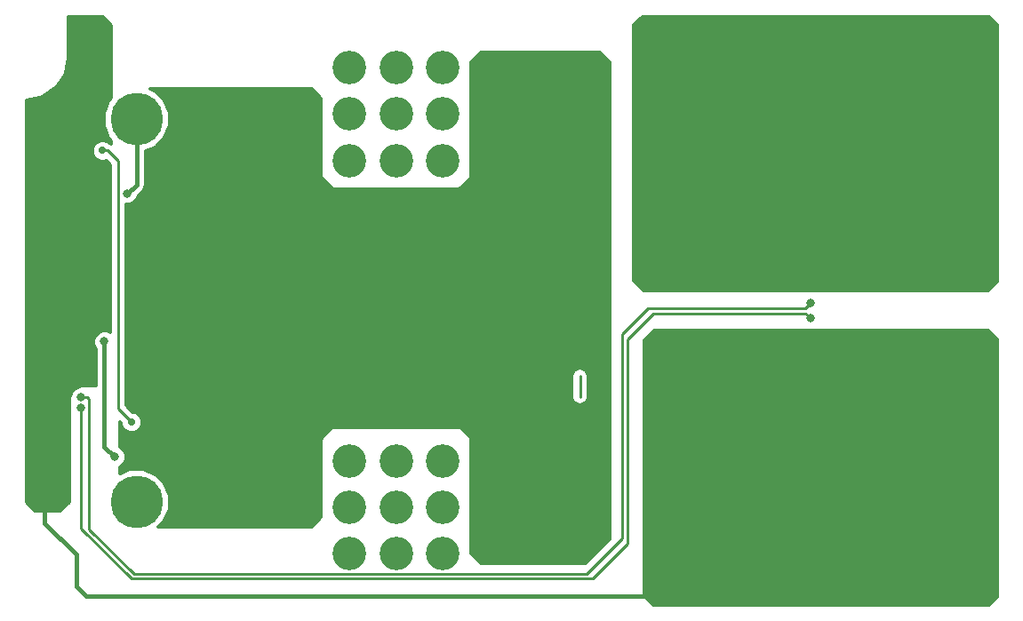
<source format=gbr>
G04 #@! TF.GenerationSoftware,KiCad,Pcbnew,(2017-05-10 revision 747583606)-makepkg*
G04 #@! TF.CreationDate,2017-05-29T23:11:27+02:00*
G04 #@! TF.ProjectId,Switch-N-Sense,5377697463682D4E2D53656E73652E6B,rev?*
G04 #@! TF.FileFunction,Copper,L2,Bot,Signal*
G04 #@! TF.FilePolarity,Positive*
%FSLAX46Y46*%
G04 Gerber Fmt 4.6, Leading zero omitted, Abs format (unit mm)*
G04 Created by KiCad (PCBNEW (2017-05-10 revision 747583606)-makepkg) date 05/29/17 23:11:27*
%MOMM*%
%LPD*%
G01*
G04 APERTURE LIST*
%ADD10C,0.100000*%
%ADD11C,3.200000*%
%ADD12C,5.000000*%
%ADD13C,1.000000*%
%ADD14C,0.800000*%
%ADD15C,0.700000*%
%ADD16C,0.250000*%
%ADD17C,0.400000*%
%ADD18C,0.300000*%
%ADD19C,0.254000*%
G04 APERTURE END LIST*
D10*
D11*
X165565000Y-103565000D03*
X170000000Y-103565000D03*
X174435000Y-103565000D03*
X174435000Y-108000000D03*
X170000000Y-108000000D03*
X165565000Y-108000000D03*
X165565000Y-112435000D03*
X170000000Y-112435000D03*
X174435000Y-112435000D03*
X175435000Y-74435000D03*
X171000000Y-74435000D03*
X166565000Y-74435000D03*
X166565000Y-70000000D03*
X171000000Y-70000000D03*
X175435000Y-70000000D03*
X175435000Y-65565000D03*
X171000000Y-65565000D03*
X166565000Y-65565000D03*
X128065000Y-84315000D03*
X132500000Y-84315000D03*
X136935000Y-84315000D03*
X136935000Y-88750000D03*
X132500000Y-88750000D03*
X128065000Y-88750000D03*
X128065000Y-93185000D03*
X132500000Y-93185000D03*
X136935000Y-93185000D03*
X136935000Y-111935000D03*
X132500000Y-111935000D03*
X128065000Y-111935000D03*
X128065000Y-107500000D03*
X132500000Y-107500000D03*
X136935000Y-107500000D03*
X136935000Y-103065000D03*
X132500000Y-103065000D03*
X128065000Y-103065000D03*
X128065000Y-65565000D03*
X132500000Y-65565000D03*
X136935000Y-65565000D03*
X136935000Y-70000000D03*
X132500000Y-70000000D03*
X128065000Y-70000000D03*
X128065000Y-74435000D03*
X132500000Y-74435000D03*
X136935000Y-74435000D03*
D12*
X185250000Y-70500000D03*
X185250000Y-107000000D03*
X107750000Y-107000000D03*
X107750000Y-70500000D03*
D13*
X186000000Y-94000000D03*
X186000000Y-92000000D03*
X184000000Y-92000000D03*
X184000000Y-94000000D03*
X158000000Y-94000000D03*
X158000000Y-92000000D03*
X160000000Y-92000000D03*
X160000000Y-94000000D03*
X182000000Y-94000000D03*
X180000000Y-94000000D03*
X178000000Y-94000000D03*
X176000000Y-94000000D03*
X174000000Y-94000000D03*
X172000000Y-94000000D03*
X170000000Y-94000000D03*
X168000000Y-94000000D03*
X166000000Y-94000000D03*
X164000000Y-94000000D03*
X162000000Y-94000000D03*
D14*
X102500000Y-98000000D03*
X172000000Y-89500000D03*
X101000000Y-102000000D03*
X102974790Y-74225010D03*
X99100000Y-79000000D03*
X104500000Y-68500000D03*
X105700000Y-102700000D03*
X104700000Y-91700000D03*
X106900000Y-77600000D03*
D13*
X186000000Y-86000000D03*
X184000000Y-86000000D03*
X184000000Y-84000000D03*
X186000000Y-84000000D03*
X186000000Y-82000000D03*
X184000000Y-82000000D03*
X158000000Y-82000000D03*
X158000000Y-84000000D03*
X160000000Y-84000000D03*
X160000000Y-82000000D03*
X182000000Y-82000000D03*
X180000000Y-82000000D03*
X178000000Y-82000000D03*
X176000000Y-82000000D03*
X174000000Y-82000000D03*
X172000000Y-82000000D03*
X170000000Y-82000000D03*
X168000000Y-82000000D03*
X166000000Y-82000000D03*
X164000000Y-82000000D03*
X162000000Y-82000000D03*
D14*
X102500000Y-97000000D03*
X172000000Y-88000000D03*
D13*
X115000000Y-86000000D03*
X117000000Y-86000000D03*
X115000000Y-91000000D03*
X119000000Y-86000000D03*
X121000000Y-86000000D03*
X123000000Y-86000000D03*
X125000000Y-86000000D03*
X147000000Y-91000000D03*
X145000000Y-91000000D03*
X143000000Y-91000000D03*
X141000000Y-91000000D03*
X147000000Y-86000000D03*
X145000000Y-86000000D03*
X143000000Y-86000000D03*
X141000000Y-86000000D03*
X148000000Y-80000000D03*
X148000000Y-82000000D03*
X148000000Y-97000000D03*
X148000000Y-95000000D03*
X147000000Y-93000000D03*
X145000000Y-93000000D03*
X143000000Y-93000000D03*
X141000000Y-93000000D03*
X140000000Y-95000000D03*
X140000000Y-97000000D03*
X138000000Y-97000000D03*
X136000000Y-97000000D03*
X134000000Y-97000000D03*
X132000000Y-97000000D03*
X130000000Y-97000000D03*
X128000000Y-97000000D03*
X126000000Y-97000000D03*
X126000000Y-95000000D03*
X125000000Y-91000000D03*
X123000000Y-91000000D03*
X121000000Y-91000000D03*
X119000000Y-91000000D03*
X117000000Y-91000000D03*
X115000000Y-93000000D03*
X111000000Y-95000000D03*
X111000000Y-97000000D03*
X113000000Y-97000000D03*
X113000000Y-95000000D03*
X115000000Y-95000000D03*
X117000000Y-95000000D03*
X117000000Y-93000000D03*
X119000000Y-93000000D03*
X121000000Y-93000000D03*
X123000000Y-93000000D03*
X125000000Y-93000000D03*
X147000000Y-84000000D03*
X145000000Y-84000000D03*
X143000000Y-84000000D03*
X141000000Y-84000000D03*
X140000000Y-82000000D03*
X140000000Y-80000000D03*
X138000000Y-80000000D03*
X136000000Y-80000000D03*
X134000000Y-80000000D03*
X132000000Y-80000000D03*
X130000000Y-80000000D03*
X128000000Y-80000000D03*
X126000000Y-80000000D03*
X126000000Y-82000000D03*
X125000000Y-84000000D03*
X123000000Y-84000000D03*
X121000000Y-84000000D03*
X119000000Y-84000000D03*
X117000000Y-84000000D03*
X115000000Y-84000000D03*
X115000000Y-82000000D03*
X117000000Y-82000000D03*
X109000000Y-80000000D03*
X111000000Y-80000000D03*
X113000000Y-80000000D03*
X115000000Y-80000000D03*
X117000000Y-80000000D03*
D15*
X107300000Y-99400000D03*
X104500000Y-73500000D03*
D16*
X150000000Y-97000000D02*
X150000000Y-95000000D01*
X186000000Y-92000000D02*
X186000000Y-94000000D01*
X184000000Y-94000000D02*
X184000000Y-92000000D01*
X158000000Y-92000000D02*
X158000000Y-94000000D01*
X160000000Y-94000000D02*
X160000000Y-92000000D01*
X178000000Y-94000000D02*
X180000000Y-94000000D01*
X174000000Y-94000000D02*
X176000000Y-94000000D01*
X170000000Y-94000000D02*
X172000000Y-94000000D01*
X166000000Y-94000000D02*
X168000000Y-94000000D01*
X162000000Y-94000000D02*
X164000000Y-94000000D01*
X172000000Y-89500000D02*
X171500000Y-89000000D01*
X171500000Y-89000000D02*
X157000000Y-89000000D01*
X107310012Y-114310012D02*
X102500000Y-109500000D01*
X102500000Y-109500000D02*
X102500000Y-98000000D01*
X157000000Y-89000000D02*
X154500000Y-91500000D01*
X154500000Y-91500000D02*
X154500000Y-111000000D01*
X154500000Y-111000000D02*
X151189988Y-114310012D01*
X151189988Y-114310012D02*
X107310012Y-114310012D01*
D17*
X165565000Y-112435000D02*
X165565000Y-114697741D01*
X165565000Y-114697741D02*
X164262741Y-116000000D01*
X164262741Y-116000000D02*
X103000000Y-116000000D01*
X103000000Y-116000000D02*
X102000000Y-115000000D01*
X102000000Y-115000000D02*
X102000000Y-112000000D01*
X102000000Y-112000000D02*
X99000000Y-109000000D01*
X99000000Y-109000000D02*
X99000000Y-105000000D01*
X104700000Y-91700000D02*
X104700000Y-101700000D01*
X104700000Y-101700000D02*
X105700000Y-102700000D01*
X106900000Y-77600000D02*
X107750000Y-76750000D01*
X107750000Y-76750000D02*
X107750000Y-70500000D01*
D16*
X184000000Y-86000000D02*
X186000000Y-86000000D01*
X186000000Y-84000000D02*
X184000000Y-84000000D01*
X184000000Y-82000000D02*
X186000000Y-82000000D01*
X158000000Y-84000000D02*
X158000000Y-82000000D01*
X160000000Y-82000000D02*
X160000000Y-84000000D01*
X178000000Y-82000000D02*
X180000000Y-82000000D01*
X174000000Y-82000000D02*
X176000000Y-82000000D01*
X170000000Y-82000000D02*
X172000000Y-82000000D01*
X166000000Y-82000000D02*
X168000000Y-82000000D01*
X162000000Y-82000000D02*
X164000000Y-82000000D01*
X172000000Y-88000000D02*
X171500000Y-88500000D01*
X171500000Y-88500000D02*
X156500000Y-88500000D01*
X156500000Y-88500000D02*
X154000000Y-91000000D01*
X154000000Y-91000000D02*
X154000000Y-110500000D01*
X154000000Y-110500000D02*
X150639999Y-113860001D01*
X150639999Y-113860001D02*
X107496411Y-113860001D01*
X107496411Y-113860001D02*
X103225002Y-109588592D01*
X103225002Y-109588592D02*
X103225002Y-97159317D01*
X103225002Y-97159317D02*
X103065685Y-97000000D01*
X103065685Y-97000000D02*
X102500000Y-97000000D01*
X119000000Y-86000000D02*
X117000000Y-86000000D01*
X121000000Y-86000000D02*
X119000000Y-86000000D01*
X125000000Y-86000000D02*
X123000000Y-86000000D01*
X145000000Y-91000000D02*
X147000000Y-91000000D01*
X141000000Y-91000000D02*
X143000000Y-91000000D01*
X145000000Y-86000000D02*
X147000000Y-86000000D01*
X141000000Y-86000000D02*
X143000000Y-86000000D01*
X148000000Y-82000000D02*
X148000000Y-80000000D01*
X148000000Y-95000000D02*
X148000000Y-97000000D01*
X145000000Y-93000000D02*
X147000000Y-93000000D01*
X141000000Y-93000000D02*
X143000000Y-93000000D01*
X140000000Y-97000000D02*
X140000000Y-95000000D01*
D17*
X136000000Y-97000000D02*
X138000000Y-97000000D01*
X132000000Y-97000000D02*
X134000000Y-97000000D01*
X128000000Y-97000000D02*
X130000000Y-97000000D01*
X126000000Y-95000000D02*
X126000000Y-97000000D01*
X121000000Y-91000000D02*
X123000000Y-91000000D01*
X117000000Y-91000000D02*
X119000000Y-91000000D01*
X111000000Y-95000000D02*
X113000000Y-95000000D01*
X113000000Y-95000000D02*
X115000000Y-93000000D01*
X113000000Y-97000000D02*
X111000000Y-97000000D01*
X115000000Y-95000000D02*
X113000000Y-95000000D01*
X117000000Y-93000000D02*
X117000000Y-95000000D01*
X121000000Y-93000000D02*
X119000000Y-93000000D01*
X125000000Y-93000000D02*
X123000000Y-93000000D01*
X147000000Y-84000000D02*
X149000000Y-84000000D01*
X143000000Y-84000000D02*
X145000000Y-84000000D01*
X140000000Y-82000000D02*
X140000000Y-83000000D01*
X140000000Y-83000000D02*
X141000000Y-84000000D01*
X138000000Y-80000000D02*
X140000000Y-80000000D01*
X134000000Y-80000000D02*
X136000000Y-80000000D01*
X130000000Y-80000000D02*
X132000000Y-80000000D01*
X126000000Y-80000000D02*
X128000000Y-80000000D01*
X125000000Y-84000000D02*
X125000000Y-83000000D01*
X125000000Y-83000000D02*
X126000000Y-82000000D01*
X121000000Y-84000000D02*
X123000000Y-84000000D01*
X117000000Y-84000000D02*
X119000000Y-84000000D01*
X115000000Y-82000000D02*
X115000000Y-84000000D01*
X117000000Y-80000000D02*
X117000000Y-82000000D01*
X113000000Y-80000000D02*
X111000000Y-80000000D01*
X117000000Y-80000000D02*
X115000000Y-80000000D01*
D16*
X106000000Y-74505026D02*
X106000000Y-98100000D01*
X106000000Y-98100000D02*
X107300000Y-99400000D01*
X104500000Y-73500000D02*
X104994974Y-73500000D01*
X104994974Y-73500000D02*
X106000000Y-74505026D01*
D18*
G36*
X152850000Y-65062132D02*
X152850000Y-110553984D01*
X150553984Y-112850000D01*
X140562132Y-112850000D01*
X139650000Y-111937868D01*
X139650000Y-101000000D01*
X139638582Y-100942597D01*
X139606066Y-100893934D01*
X138606066Y-99893934D01*
X138557403Y-99861418D01*
X138500000Y-99850000D01*
X126500000Y-99850000D01*
X126442597Y-99861418D01*
X126393934Y-99893934D01*
X125393934Y-100893934D01*
X125361418Y-100942597D01*
X125350000Y-101000000D01*
X125350000Y-108437868D01*
X124437868Y-109350000D01*
X109854560Y-109350000D01*
X110418883Y-108786661D01*
X110899452Y-107629323D01*
X110900545Y-106376175D01*
X110421997Y-105217999D01*
X109536661Y-104331117D01*
X108379323Y-103850548D01*
X107126175Y-103849455D01*
X106150000Y-104252802D01*
X106150000Y-103650166D01*
X106294000Y-103590666D01*
X106589628Y-103295554D01*
X106749818Y-102909774D01*
X106750182Y-102492058D01*
X106590666Y-102106000D01*
X106295554Y-101810372D01*
X106150000Y-101749933D01*
X106150000Y-99346015D01*
X106299916Y-99495931D01*
X106299827Y-99598040D01*
X106451747Y-99965714D01*
X106732806Y-100247264D01*
X107100215Y-100399826D01*
X107498040Y-100400173D01*
X107865714Y-100248253D01*
X108147264Y-99967194D01*
X108299826Y-99599785D01*
X108300173Y-99201960D01*
X108148253Y-98834286D01*
X107867194Y-98552736D01*
X107499785Y-98400174D01*
X107396099Y-98400084D01*
X106775000Y-97778984D01*
X106775000Y-95000000D01*
X149225000Y-95000000D01*
X149225000Y-97000000D01*
X149283993Y-97296580D01*
X149451992Y-97548008D01*
X149703420Y-97716007D01*
X150000000Y-97775000D01*
X150296580Y-97716007D01*
X150548008Y-97548008D01*
X150716007Y-97296580D01*
X150775000Y-97000000D01*
X150775000Y-95000000D01*
X150716007Y-94703420D01*
X150548008Y-94451992D01*
X150296580Y-94283993D01*
X150000000Y-94225000D01*
X149703420Y-94283993D01*
X149451992Y-94451992D01*
X149283993Y-94703420D01*
X149225000Y-95000000D01*
X106775000Y-95000000D01*
X106775000Y-78649892D01*
X107107942Y-78650182D01*
X107494000Y-78490666D01*
X107789628Y-78195554D01*
X107949818Y-77809774D01*
X107949868Y-77752213D01*
X108351038Y-77351043D01*
X108351041Y-77351041D01*
X108535298Y-77075281D01*
X108549388Y-77004446D01*
X108600001Y-76750000D01*
X108600000Y-76749995D01*
X108600000Y-73557092D01*
X109532001Y-73171997D01*
X110418883Y-72286661D01*
X110899452Y-71129323D01*
X110900545Y-69876175D01*
X110421997Y-68717999D01*
X109536661Y-67831117D01*
X109100483Y-67650000D01*
X124437868Y-67650000D01*
X125350000Y-68562132D01*
X125350000Y-76000000D01*
X125361418Y-76057403D01*
X125393934Y-76106066D01*
X126393934Y-77106066D01*
X126442597Y-77138582D01*
X126500000Y-77150000D01*
X138500000Y-77150000D01*
X138557403Y-77138582D01*
X138606066Y-77106066D01*
X139606066Y-76106066D01*
X139638582Y-76057403D01*
X139650000Y-76000000D01*
X139650000Y-65062132D01*
X140562132Y-64150000D01*
X151937868Y-64150000D01*
X152850000Y-65062132D01*
X152850000Y-65062132D01*
G37*
X152850000Y-65062132D02*
X152850000Y-110553984D01*
X150553984Y-112850000D01*
X140562132Y-112850000D01*
X139650000Y-111937868D01*
X139650000Y-101000000D01*
X139638582Y-100942597D01*
X139606066Y-100893934D01*
X138606066Y-99893934D01*
X138557403Y-99861418D01*
X138500000Y-99850000D01*
X126500000Y-99850000D01*
X126442597Y-99861418D01*
X126393934Y-99893934D01*
X125393934Y-100893934D01*
X125361418Y-100942597D01*
X125350000Y-101000000D01*
X125350000Y-108437868D01*
X124437868Y-109350000D01*
X109854560Y-109350000D01*
X110418883Y-108786661D01*
X110899452Y-107629323D01*
X110900545Y-106376175D01*
X110421997Y-105217999D01*
X109536661Y-104331117D01*
X108379323Y-103850548D01*
X107126175Y-103849455D01*
X106150000Y-104252802D01*
X106150000Y-103650166D01*
X106294000Y-103590666D01*
X106589628Y-103295554D01*
X106749818Y-102909774D01*
X106750182Y-102492058D01*
X106590666Y-102106000D01*
X106295554Y-101810372D01*
X106150000Y-101749933D01*
X106150000Y-99346015D01*
X106299916Y-99495931D01*
X106299827Y-99598040D01*
X106451747Y-99965714D01*
X106732806Y-100247264D01*
X107100215Y-100399826D01*
X107498040Y-100400173D01*
X107865714Y-100248253D01*
X108147264Y-99967194D01*
X108299826Y-99599785D01*
X108300173Y-99201960D01*
X108148253Y-98834286D01*
X107867194Y-98552736D01*
X107499785Y-98400174D01*
X107396099Y-98400084D01*
X106775000Y-97778984D01*
X106775000Y-95000000D01*
X149225000Y-95000000D01*
X149225000Y-97000000D01*
X149283993Y-97296580D01*
X149451992Y-97548008D01*
X149703420Y-97716007D01*
X150000000Y-97775000D01*
X150296580Y-97716007D01*
X150548008Y-97548008D01*
X150716007Y-97296580D01*
X150775000Y-97000000D01*
X150775000Y-95000000D01*
X150716007Y-94703420D01*
X150548008Y-94451992D01*
X150296580Y-94283993D01*
X150000000Y-94225000D01*
X149703420Y-94283993D01*
X149451992Y-94451992D01*
X149283993Y-94703420D01*
X149225000Y-95000000D01*
X106775000Y-95000000D01*
X106775000Y-78649892D01*
X107107942Y-78650182D01*
X107494000Y-78490666D01*
X107789628Y-78195554D01*
X107949818Y-77809774D01*
X107949868Y-77752213D01*
X108351038Y-77351043D01*
X108351041Y-77351041D01*
X108535298Y-77075281D01*
X108549388Y-77004446D01*
X108600001Y-76750000D01*
X108600000Y-76749995D01*
X108600000Y-73557092D01*
X109532001Y-73171997D01*
X110418883Y-72286661D01*
X110899452Y-71129323D01*
X110900545Y-69876175D01*
X110421997Y-68717999D01*
X109536661Y-67831117D01*
X109100483Y-67650000D01*
X124437868Y-67650000D01*
X125350000Y-68562132D01*
X125350000Y-76000000D01*
X125361418Y-76057403D01*
X125393934Y-76106066D01*
X126393934Y-77106066D01*
X126442597Y-77138582D01*
X126500000Y-77150000D01*
X138500000Y-77150000D01*
X138557403Y-77138582D01*
X138606066Y-77106066D01*
X139606066Y-76106066D01*
X139638582Y-76057403D01*
X139650000Y-76000000D01*
X139650000Y-65062132D01*
X140562132Y-64150000D01*
X151937868Y-64150000D01*
X152850000Y-65062132D01*
G36*
X189775000Y-61487132D02*
X189775000Y-86012868D01*
X188937868Y-86850000D01*
X156062132Y-86850000D01*
X155150000Y-85937868D01*
X155150000Y-61562132D01*
X155987132Y-60725000D01*
X189012868Y-60725000D01*
X189775000Y-61487132D01*
X189775000Y-61487132D01*
G37*
X189775000Y-61487132D02*
X189775000Y-86012868D01*
X188937868Y-86850000D01*
X156062132Y-86850000D01*
X155150000Y-85937868D01*
X155150000Y-61562132D01*
X155987132Y-60725000D01*
X189012868Y-60725000D01*
X189775000Y-61487132D01*
G36*
X189775000Y-91487132D02*
X189775000Y-116012868D01*
X189012868Y-116775000D01*
X156987132Y-116775000D01*
X156150000Y-115937868D01*
X156150000Y-91562132D01*
X157062132Y-90650000D01*
X188937868Y-90650000D01*
X189775000Y-91487132D01*
X189775000Y-91487132D01*
G37*
X189775000Y-91487132D02*
X189775000Y-116012868D01*
X189012868Y-116775000D01*
X156987132Y-116775000D01*
X156150000Y-115937868D01*
X156150000Y-91562132D01*
X157062132Y-90650000D01*
X188937868Y-90650000D01*
X189775000Y-91487132D01*
D19*
G36*
X105373000Y-61552606D02*
X105373000Y-68454463D01*
X105100604Y-68726384D01*
X104623544Y-69875272D01*
X104622458Y-71119270D01*
X105097512Y-72268989D01*
X105373000Y-72544958D01*
X105373000Y-72865545D01*
X105282752Y-72805243D01*
X105163199Y-72781462D01*
X105054149Y-72672222D01*
X104695190Y-72523170D01*
X104306515Y-72522830D01*
X103947297Y-72671256D01*
X103672222Y-72945851D01*
X103523170Y-73304810D01*
X103522830Y-73693485D01*
X103671256Y-74052703D01*
X103945851Y-74327778D01*
X104304810Y-74476830D01*
X104693485Y-74477170D01*
X104845744Y-74414258D01*
X105248000Y-74816515D01*
X105248000Y-90815531D01*
X104905179Y-90673179D01*
X104496613Y-90672822D01*
X104119011Y-90828844D01*
X103829860Y-91117492D01*
X103673179Y-91494821D01*
X103672822Y-91903387D01*
X103828844Y-92280989D01*
X103873000Y-92325222D01*
X103873000Y-95873000D01*
X102500000Y-95873000D01*
X102451399Y-95882667D01*
X102410197Y-95910197D01*
X102347528Y-95972866D01*
X102296613Y-95972822D01*
X101919011Y-96128844D01*
X101629860Y-96417492D01*
X101473179Y-96794821D01*
X101473133Y-96847261D01*
X101410197Y-96910197D01*
X101382667Y-96951399D01*
X101373000Y-97000000D01*
X101373000Y-106947394D01*
X100447394Y-107873000D01*
X98052606Y-107873000D01*
X97202000Y-107022394D01*
X97202000Y-68675573D01*
X98476345Y-68422089D01*
X98729402Y-68317270D01*
X99864884Y-67558566D01*
X100058566Y-67364884D01*
X100817270Y-66229402D01*
X100922089Y-65976345D01*
X101188511Y-64636954D01*
X101188511Y-64567813D01*
X101202000Y-64500000D01*
X101202000Y-60702000D01*
X104522394Y-60702000D01*
X105373000Y-61552606D01*
X105373000Y-61552606D01*
G37*
X105373000Y-61552606D02*
X105373000Y-68454463D01*
X105100604Y-68726384D01*
X104623544Y-69875272D01*
X104622458Y-71119270D01*
X105097512Y-72268989D01*
X105373000Y-72544958D01*
X105373000Y-72865545D01*
X105282752Y-72805243D01*
X105163199Y-72781462D01*
X105054149Y-72672222D01*
X104695190Y-72523170D01*
X104306515Y-72522830D01*
X103947297Y-72671256D01*
X103672222Y-72945851D01*
X103523170Y-73304810D01*
X103522830Y-73693485D01*
X103671256Y-74052703D01*
X103945851Y-74327778D01*
X104304810Y-74476830D01*
X104693485Y-74477170D01*
X104845744Y-74414258D01*
X105248000Y-74816515D01*
X105248000Y-90815531D01*
X104905179Y-90673179D01*
X104496613Y-90672822D01*
X104119011Y-90828844D01*
X103829860Y-91117492D01*
X103673179Y-91494821D01*
X103672822Y-91903387D01*
X103828844Y-92280989D01*
X103873000Y-92325222D01*
X103873000Y-95873000D01*
X102500000Y-95873000D01*
X102451399Y-95882667D01*
X102410197Y-95910197D01*
X102347528Y-95972866D01*
X102296613Y-95972822D01*
X101919011Y-96128844D01*
X101629860Y-96417492D01*
X101473179Y-96794821D01*
X101473133Y-96847261D01*
X101410197Y-96910197D01*
X101382667Y-96951399D01*
X101373000Y-97000000D01*
X101373000Y-106947394D01*
X100447394Y-107873000D01*
X98052606Y-107873000D01*
X97202000Y-107022394D01*
X97202000Y-68675573D01*
X98476345Y-68422089D01*
X98729402Y-68317270D01*
X99864884Y-67558566D01*
X100058566Y-67364884D01*
X100817270Y-66229402D01*
X100922089Y-65976345D01*
X101188511Y-64636954D01*
X101188511Y-64567813D01*
X101202000Y-64500000D01*
X101202000Y-60702000D01*
X104522394Y-60702000D01*
X105373000Y-61552606D01*
M02*

</source>
